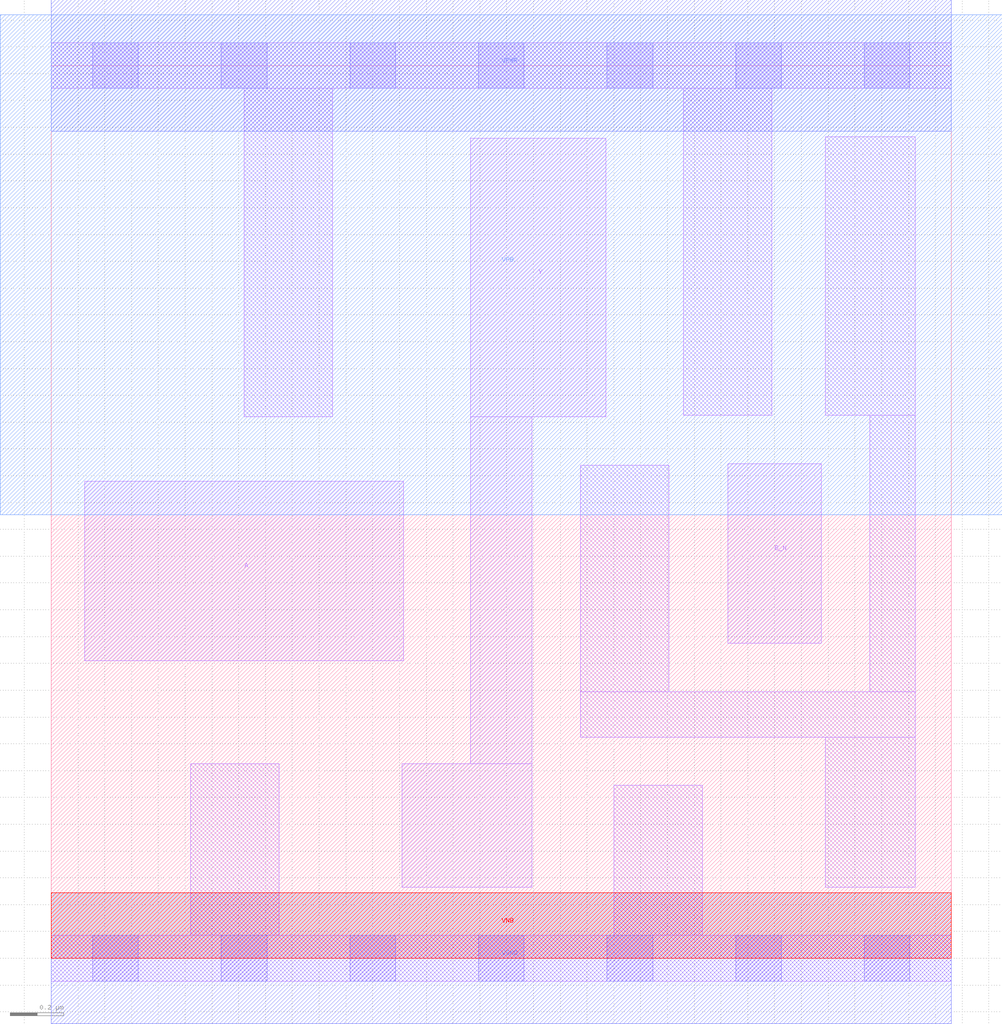
<source format=lef>
# Copyright 2020 The SkyWater PDK Authors
#
# Licensed under the Apache License, Version 2.0 (the "License");
# you may not use this file except in compliance with the License.
# You may obtain a copy of the License at
#
#     https://www.apache.org/licenses/LICENSE-2.0
#
# Unless required by applicable law or agreed to in writing, software
# distributed under the License is distributed on an "AS IS" BASIS,
# WITHOUT WARRANTIES OR CONDITIONS OF ANY KIND, either express or implied.
# See the License for the specific language governing permissions and
# limitations under the License.
#
# SPDX-License-Identifier: Apache-2.0

VERSION 5.7 ;
  NOWIREEXTENSIONATPIN ON ;
  DIVIDERCHAR "/" ;
  BUSBITCHARS "[]" ;
MACRO sky130_fd_sc_lp__nor2b_lp
  CLASS CORE ;
  FOREIGN sky130_fd_sc_lp__nor2b_lp ;
  ORIGIN  0.000000  0.000000 ;
  SIZE  3.360000 BY  3.330000 ;
  SYMMETRY X Y R90 ;
  SITE unit ;
  PIN A
    ANTENNAGATEAREA  0.376000 ;
    DIRECTION INPUT ;
    USE SIGNAL ;
    PORT
      LAYER li1 ;
        RECT 0.125000 1.110000 1.315000 1.780000 ;
    END
  END A
  PIN B_N
    ANTENNAGATEAREA  0.376000 ;
    DIRECTION INPUT ;
    USE SIGNAL ;
    PORT
      LAYER li1 ;
        RECT 2.525000 1.175000 2.875000 1.845000 ;
    END
  END B_N
  PIN Y
    ANTENNADIFFAREA  0.402600 ;
    DIRECTION OUTPUT ;
    USE SIGNAL ;
    PORT
      LAYER li1 ;
        RECT 1.310000 0.265000 1.795000 0.725000 ;
        RECT 1.565000 0.725000 1.795000 2.020000 ;
        RECT 1.565000 2.020000 2.070000 3.060000 ;
    END
  END Y
  PIN VGND
    DIRECTION INOUT ;
    USE GROUND ;
    PORT
      LAYER met1 ;
        RECT 0.000000 -0.245000 3.360000 0.245000 ;
    END
  END VGND
  PIN VNB
    DIRECTION INOUT ;
    USE GROUND ;
    PORT
      LAYER pwell ;
        RECT 0.000000 0.000000 3.360000 0.245000 ;
    END
  END VNB
  PIN VPB
    DIRECTION INOUT ;
    USE POWER ;
    PORT
      LAYER nwell ;
        RECT -0.190000 1.655000 3.550000 3.520000 ;
    END
  END VPB
  PIN VPWR
    DIRECTION INOUT ;
    USE POWER ;
    PORT
      LAYER met1 ;
        RECT 0.000000 3.085000 3.360000 3.575000 ;
    END
  END VPWR
  OBS
    LAYER li1 ;
      RECT 0.000000 -0.085000 3.360000 0.085000 ;
      RECT 0.000000  3.245000 3.360000 3.415000 ;
      RECT 0.520000  0.085000 0.850000 0.725000 ;
      RECT 0.720000  2.020000 1.050000 3.245000 ;
      RECT 1.975000  0.825000 3.225000 0.995000 ;
      RECT 1.975000  0.995000 2.305000 1.840000 ;
      RECT 2.100000  0.085000 2.430000 0.645000 ;
      RECT 2.360000  2.025000 2.690000 3.245000 ;
      RECT 2.890000  0.265000 3.225000 0.825000 ;
      RECT 2.890000  2.025000 3.225000 3.065000 ;
      RECT 3.055000  0.995000 3.225000 2.025000 ;
    LAYER mcon ;
      RECT 0.155000 -0.085000 0.325000 0.085000 ;
      RECT 0.155000  3.245000 0.325000 3.415000 ;
      RECT 0.635000 -0.085000 0.805000 0.085000 ;
      RECT 0.635000  3.245000 0.805000 3.415000 ;
      RECT 1.115000 -0.085000 1.285000 0.085000 ;
      RECT 1.115000  3.245000 1.285000 3.415000 ;
      RECT 1.595000 -0.085000 1.765000 0.085000 ;
      RECT 1.595000  3.245000 1.765000 3.415000 ;
      RECT 2.075000 -0.085000 2.245000 0.085000 ;
      RECT 2.075000  3.245000 2.245000 3.415000 ;
      RECT 2.555000 -0.085000 2.725000 0.085000 ;
      RECT 2.555000  3.245000 2.725000 3.415000 ;
      RECT 3.035000 -0.085000 3.205000 0.085000 ;
      RECT 3.035000  3.245000 3.205000 3.415000 ;
  END
END sky130_fd_sc_lp__nor2b_lp
END LIBRARY

</source>
